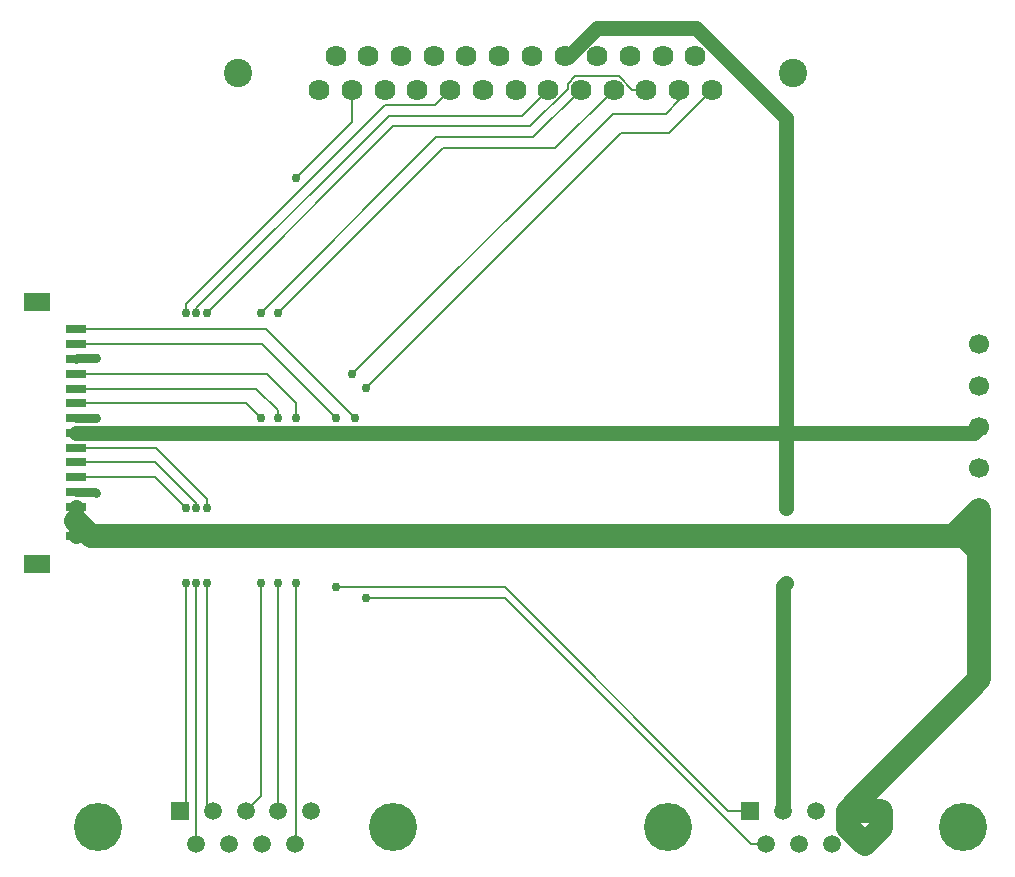
<source format=gbr>
G04 EAGLE Gerber RS-274X export*
G75*
%MOMM*%
%FSLAX34Y34*%
%LPD*%
%INTop Copper*%
%IPPOS*%
%AMOC8*
5,1,8,0,0,1.08239X$1,22.5*%
G01*
%ADD10C,1.790700*%
%ADD11C,2.400300*%
%ADD12C,1.508000*%
%ADD13R,1.508000X1.508000*%
%ADD14C,4.066000*%
%ADD15R,1.800000X0.700000*%
%ADD16R,2.200000X1.600000*%
%ADD17C,1.700000*%
%ADD18C,0.762000*%
%ADD19C,0.756400*%
%ADD20C,0.152400*%
%ADD21C,2.032000*%
%ADD22C,1.270000*%


D10*
X431800Y912876D03*
X404114Y912876D03*
X376428Y912876D03*
X348742Y912876D03*
X321056Y912876D03*
X293370Y912876D03*
X265684Y912876D03*
X459486Y912876D03*
X487172Y912876D03*
X514858Y912876D03*
X542544Y912876D03*
X570230Y912876D03*
X597916Y912876D03*
X279527Y941324D03*
X307213Y941324D03*
X334899Y941324D03*
X362585Y941324D03*
X390271Y941324D03*
X417957Y941324D03*
X445643Y941324D03*
X473329Y941324D03*
X501015Y941324D03*
X528701Y941324D03*
X556387Y941324D03*
X584073Y941324D03*
D11*
X667004Y927100D03*
X196596Y927100D03*
D12*
X161650Y274090D03*
X189350Y274090D03*
X217050Y274090D03*
X244750Y274090D03*
X258600Y302490D03*
X230900Y302490D03*
X203200Y302490D03*
X175500Y302490D03*
D13*
X147800Y302490D03*
D14*
X78250Y288290D03*
X328150Y288290D03*
D12*
X644250Y274090D03*
X671950Y274090D03*
X699650Y274090D03*
X727350Y274090D03*
X741200Y302490D03*
X713500Y302490D03*
X685800Y302490D03*
X658100Y302490D03*
D13*
X630400Y302490D03*
D14*
X560850Y288290D03*
X810750Y288290D03*
D15*
X59800Y534800D03*
X59800Y547300D03*
D16*
X26800Y511300D03*
X26800Y733300D03*
D15*
X59800Y559800D03*
X59800Y572300D03*
X59800Y584800D03*
X59800Y597300D03*
X59800Y609800D03*
X59800Y622300D03*
X59800Y634800D03*
X59800Y647300D03*
X59800Y659800D03*
X59800Y672300D03*
X59800Y684800D03*
X59800Y697300D03*
X59800Y709800D03*
D17*
X824500Y697100D03*
X824500Y662100D03*
X824500Y627100D03*
X824500Y592100D03*
X824500Y557100D03*
X824500Y522100D03*
D18*
X75400Y572300D02*
X59800Y572300D01*
X75400Y572300D02*
X76200Y571500D01*
D19*
X76200Y571500D03*
D18*
X59800Y634800D02*
X60000Y635000D01*
X76200Y635000D01*
D19*
X76200Y635000D03*
D18*
X59800Y684800D02*
X60800Y685800D01*
X76200Y685800D01*
D19*
X76200Y685800D03*
D20*
X611910Y302490D02*
X630400Y302490D01*
X422712Y491688D02*
X279400Y491688D01*
D19*
X279400Y491688D03*
X279400Y635000D03*
D20*
X422712Y491688D02*
X611910Y302490D01*
X279400Y635000D02*
X217100Y697300D01*
X59800Y697300D01*
D19*
X293266Y671934D03*
D20*
X513943Y892612D01*
X558800Y892612D01*
X570230Y904042D01*
X570230Y912876D01*
X631546Y274090D02*
X644250Y274090D01*
X423036Y482600D02*
X304800Y482600D01*
D19*
X304800Y482600D03*
X295712Y635000D03*
D20*
X423036Y482600D02*
X631546Y274090D01*
X295712Y635000D02*
X220912Y709800D01*
X59800Y709800D01*
D19*
X304800Y660400D03*
D20*
X520700Y876300D01*
X561340Y876300D02*
X597916Y912876D01*
X561340Y876300D02*
X520700Y876300D01*
X245900Y275240D02*
X244750Y274090D01*
X245900Y275240D02*
X245900Y495300D01*
D19*
X245900Y495300D03*
X245900Y635000D03*
D20*
X245900Y647427D01*
X221027Y672300D01*
X59800Y672300D01*
D19*
X245900Y838200D03*
D20*
X293370Y885670D01*
X293370Y912876D01*
X230900Y495300D02*
X230900Y302490D01*
D19*
X230900Y495300D03*
X230900Y635000D03*
D20*
X230900Y641213D01*
X212313Y659800D01*
X59800Y659800D01*
D19*
X230900Y723900D03*
D20*
X370600Y863600D01*
X465582Y863600D02*
X514858Y912876D01*
X465582Y863600D02*
X370600Y863600D01*
D21*
X824500Y557100D02*
X824500Y522100D01*
X741200Y302490D02*
X713500Y302490D01*
X713500Y287940D01*
X727350Y274090D01*
X741200Y287940D02*
X741200Y302490D01*
X741200Y287940D02*
X727350Y274090D01*
X802200Y534800D02*
X811800Y534800D01*
X824500Y522100D01*
X824500Y413490D01*
X713500Y302490D01*
X802200Y534800D02*
X824500Y557100D01*
D22*
X59800Y559800D02*
X59800Y547300D01*
X59800Y534800D01*
D21*
X59800Y547300D02*
X72300Y534800D01*
X789500Y534800D01*
X802200Y534800D01*
D20*
X152400Y495300D02*
X152400Y307090D01*
X147800Y302490D01*
D19*
X152400Y495300D03*
X152400Y558800D03*
D20*
X126400Y584800D02*
X59800Y584800D01*
X126400Y584800D02*
X152400Y558800D01*
D19*
X152400Y723900D03*
D20*
X152400Y731429D01*
X320923Y899952D01*
X363504Y899952D01*
X376428Y912876D01*
X161650Y495138D02*
X161650Y274090D01*
X161650Y495138D02*
X161488Y495300D01*
D19*
X161488Y495300D03*
X161488Y558800D03*
D20*
X161488Y562564D01*
X126752Y597300D02*
X59800Y597300D01*
X126752Y597300D02*
X161488Y562564D01*
D19*
X161488Y723900D03*
D20*
X161488Y727664D01*
X324688Y890864D01*
X437474Y890864D02*
X459486Y912876D01*
X437474Y890864D02*
X324688Y890864D01*
D22*
X819700Y622300D02*
X824500Y627100D01*
X819700Y622300D02*
X660400Y622300D01*
X658100Y493000D02*
X658100Y302490D01*
X658100Y493000D02*
X660400Y495300D01*
D19*
X660400Y495300D03*
X660400Y558800D03*
D22*
X660400Y622300D01*
X59800Y622300D01*
X473329Y941324D02*
X477217Y941324D01*
X501093Y965200D01*
X584200Y965200D01*
X660400Y889000D02*
X660400Y622300D01*
X660400Y889000D02*
X584200Y965200D01*
D20*
X215900Y315190D02*
X203200Y302490D01*
X215900Y315190D02*
X215900Y495300D01*
D19*
X215900Y495300D03*
X215900Y635000D03*
D20*
X203200Y647700D01*
X60200Y647700D02*
X59800Y647300D01*
X60200Y647700D02*
X203200Y647700D01*
D19*
X215900Y723900D03*
D20*
X364688Y872688D01*
X446984Y872688D02*
X487172Y912876D01*
X446984Y872688D02*
X364688Y872688D01*
D19*
X170576Y495300D03*
X170576Y558800D03*
D20*
X170576Y566329D01*
X127105Y609800D02*
X59800Y609800D01*
X127105Y609800D02*
X170576Y566329D01*
X170576Y307414D02*
X175500Y302490D01*
X170576Y307414D02*
X170576Y495300D01*
D19*
X170576Y723900D03*
D20*
X328452Y881776D01*
X475933Y917532D02*
X482516Y924116D01*
X475933Y913427D02*
X444281Y881776D01*
X475933Y913427D02*
X475933Y917532D01*
X482516Y924116D02*
X519514Y924116D01*
X530753Y912876D01*
X542544Y912876D01*
X444281Y881776D02*
X328452Y881776D01*
M02*

</source>
